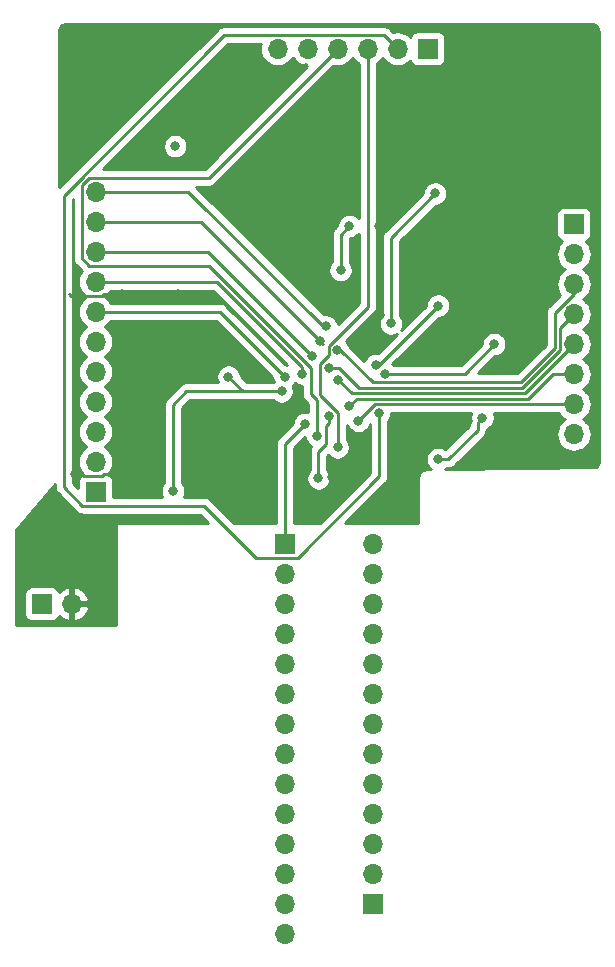
<source format=gbr>
G04 #@! TF.GenerationSoftware,KiCad,Pcbnew,5.1.2*
G04 #@! TF.CreationDate,2019-05-17T11:59:17-05:00*
G04 #@! TF.ProjectId,STM32F411Minimal,53544d33-3246-4343-9131-4d696e696d61,rev?*
G04 #@! TF.SameCoordinates,Original*
G04 #@! TF.FileFunction,Copper,L2,Bot*
G04 #@! TF.FilePolarity,Positive*
%FSLAX46Y46*%
G04 Gerber Fmt 4.6, Leading zero omitted, Abs format (unit mm)*
G04 Created by KiCad (PCBNEW 5.1.2) date 2019-05-17 11:59:17*
%MOMM*%
%LPD*%
G04 APERTURE LIST*
%ADD10R,1.700000X1.700000*%
%ADD11O,1.700000X1.700000*%
%ADD12C,0.800000*%
%ADD13C,0.250000*%
%ADD14C,0.254000*%
G04 APERTURE END LIST*
D10*
X156500000Y-96340000D03*
D11*
X156500000Y-98880000D03*
X156500000Y-101420000D03*
X156500000Y-103960000D03*
X156500000Y-106500000D03*
X156500000Y-109040000D03*
X156500000Y-111580000D03*
X156500000Y-114120000D03*
D10*
X116000000Y-119000000D03*
D11*
X116000000Y-116460000D03*
X116000000Y-113920000D03*
X116000000Y-111380000D03*
X116000000Y-108840000D03*
X116000000Y-106300000D03*
X116000000Y-103760000D03*
X116000000Y-101220000D03*
X116000000Y-98680000D03*
X116000000Y-96140000D03*
X116000000Y-93600000D03*
D10*
X132000000Y-123420000D03*
D11*
X132000000Y-125960000D03*
X132000000Y-128500000D03*
X132000000Y-131040000D03*
X132000000Y-133580000D03*
X132000000Y-136120000D03*
X132000000Y-138660000D03*
X132000000Y-141200000D03*
X132000000Y-143740000D03*
X132000000Y-146280000D03*
X132000000Y-148820000D03*
X132000000Y-151360000D03*
X132000000Y-153900000D03*
X132000000Y-156440000D03*
D10*
X139500000Y-153900000D03*
D11*
X139500000Y-151360000D03*
X139500000Y-148820000D03*
X139500000Y-146280000D03*
X139500000Y-143740000D03*
X139500000Y-141200000D03*
X139500000Y-138660000D03*
X139500000Y-136120000D03*
X139500000Y-133580000D03*
X139500000Y-131040000D03*
X139500000Y-128500000D03*
X139500000Y-125960000D03*
X139500000Y-123420000D03*
D10*
X144120000Y-81500000D03*
D11*
X141580000Y-81500000D03*
X139040000Y-81500000D03*
X136500000Y-81500000D03*
X133960000Y-81500000D03*
X131420000Y-81500000D03*
D10*
X111450000Y-128500000D03*
D11*
X113990000Y-128500000D03*
D12*
X131750000Y-110500000D03*
X127250000Y-109250000D03*
X134875000Y-117875000D03*
X148750000Y-112750000D03*
X145000000Y-116250000D03*
X135747652Y-112595960D03*
X122550000Y-118950000D03*
X136000000Y-117750000D03*
X146500000Y-100250000D03*
X150000000Y-99250000D03*
X153250000Y-97250000D03*
X140000000Y-96500000D03*
X143750000Y-103250000D03*
X138000000Y-101750000D03*
X140046663Y-104046663D03*
X130750000Y-91500000D03*
X123000000Y-102250000D03*
X134250000Y-101750000D03*
X147500000Y-113000000D03*
X150250000Y-113250000D03*
X127500000Y-107250000D03*
X144250000Y-113000000D03*
X118250000Y-102250000D03*
X129500000Y-86500000D03*
X122750000Y-89750000D03*
X114250000Y-117500000D03*
X117750000Y-117500000D03*
X133000000Y-111750000D03*
X144750000Y-93750000D03*
X141000000Y-104750000D03*
X137500000Y-96500000D03*
X136750000Y-100250000D03*
X136478464Y-106978464D03*
X135750000Y-108500000D03*
X136500000Y-109500000D03*
X137500000Y-111750000D03*
X138250000Y-113000000D03*
X132000000Y-109250000D03*
X133500000Y-109000000D03*
X134311226Y-107500000D03*
X135000000Y-106250000D03*
X135500000Y-105000000D03*
X133750000Y-113250000D03*
X134750000Y-114250000D03*
X136500000Y-115250000D03*
X140012653Y-112305000D03*
X145000000Y-103250000D03*
X139750000Y-108250000D03*
X140500000Y-109000000D03*
X149750000Y-106500000D03*
D13*
X131750000Y-110500000D02*
X128500000Y-110500000D01*
X128500000Y-110500000D02*
X127250000Y-109250000D01*
X134875000Y-115625000D02*
X134875000Y-117875000D01*
X135500000Y-115000000D02*
X134875000Y-115625000D01*
X148350001Y-113149999D02*
X148350001Y-113774999D01*
X148750000Y-112750000D02*
X148350001Y-113149999D01*
X145875000Y-116250000D02*
X148350001Y-113774999D01*
X145000000Y-116250000D02*
X145875000Y-116250000D01*
X135747652Y-113161645D02*
X135500000Y-113409297D01*
X135500000Y-113409297D02*
X135500000Y-115000000D01*
X135747652Y-112595960D02*
X135747652Y-113161645D01*
X122550000Y-111626998D02*
X122550000Y-118950000D01*
X128500000Y-110500000D02*
X123676998Y-110500000D01*
X123676998Y-110500000D02*
X122550000Y-111626998D01*
X116564001Y-102395001D02*
X113895001Y-102395001D01*
X123000000Y-102250000D02*
X118250000Y-102250000D01*
X116709002Y-102250000D02*
X116564001Y-102395001D01*
X113895001Y-102395001D02*
X113750000Y-102250000D01*
X118250000Y-102250000D02*
X116709002Y-102250000D01*
X114815685Y-117500000D02*
X114250000Y-117500000D01*
X114950686Y-117635001D02*
X114815685Y-117500000D01*
X116564001Y-117635001D02*
X114950686Y-117635001D01*
X116699002Y-117500000D02*
X116564001Y-117635001D01*
X117750000Y-117500000D02*
X116699002Y-117500000D01*
X144750000Y-93750000D02*
X141000000Y-97500000D01*
X141000000Y-97500000D02*
X141000000Y-104750000D01*
X137500000Y-96500000D02*
X136750000Y-97250000D01*
X136750000Y-97250000D02*
X136750000Y-100250000D01*
X154874989Y-103846009D02*
X154874989Y-106852191D01*
X156500000Y-101420000D02*
X156500000Y-102220998D01*
X156500000Y-102220998D02*
X154874989Y-103846009D01*
X154874989Y-106852191D02*
X151988590Y-109738590D01*
X151975001Y-109725001D02*
X139475001Y-109725001D01*
X151988590Y-109738590D02*
X151975001Y-109725001D01*
X139475001Y-109725001D02*
X136728464Y-106978464D01*
X136728464Y-106978464D02*
X136478464Y-106978464D01*
X155650001Y-104809999D02*
X156500000Y-103960000D01*
X136573002Y-108500000D02*
X138302972Y-110229970D01*
X138302972Y-110229970D02*
X152133620Y-110229970D01*
X152133620Y-110229970D02*
X155324999Y-107038591D01*
X155324999Y-107038591D02*
X155324999Y-105135001D01*
X135750000Y-108500000D02*
X136573002Y-108500000D01*
X155324999Y-105135001D02*
X155650001Y-104809999D01*
X156500000Y-106500000D02*
X152320020Y-110679980D01*
X137679980Y-110679980D02*
X136500000Y-109500000D01*
X152320020Y-110679980D02*
X137679980Y-110679980D01*
X138120010Y-111129990D02*
X152620010Y-111129990D01*
X137500000Y-111750000D02*
X138120010Y-111129990D01*
X154710000Y-109040000D02*
X156500000Y-109040000D01*
X152620010Y-111129990D02*
X154710000Y-109040000D01*
X139670000Y-111580000D02*
X156500000Y-111580000D01*
X138250000Y-113000000D02*
X139670000Y-111580000D01*
X126510000Y-103760000D02*
X116000000Y-103760000D01*
X132000000Y-109250000D02*
X126510000Y-103760000D01*
X117202081Y-101220000D02*
X116000000Y-101220000D01*
X126285685Y-101220000D02*
X117202081Y-101220000D01*
X133500000Y-108434315D02*
X126285685Y-101220000D01*
X133500000Y-109000000D02*
X133500000Y-108434315D01*
X125491226Y-98680000D02*
X116000000Y-98680000D01*
X134311226Y-107500000D02*
X125491226Y-98680000D01*
X124890000Y-96140000D02*
X116000000Y-96140000D01*
X135250000Y-106500000D02*
X124890000Y-96140000D01*
X123850000Y-93600000D02*
X116000000Y-93600000D01*
X135500000Y-105250000D02*
X123850000Y-93600000D01*
X132000000Y-123420000D02*
X132000000Y-115000000D01*
X132000000Y-115000000D02*
X133750000Y-113250000D01*
X125593225Y-99855001D02*
X133994112Y-108255888D01*
X134225001Y-108486777D02*
X133994112Y-108255888D01*
X134750000Y-111250000D02*
X134225001Y-110725001D01*
X134225001Y-110725001D02*
X134225001Y-108486777D01*
X134750000Y-114250000D02*
X134750000Y-111250000D01*
X114824999Y-93035999D02*
X114824999Y-99244001D01*
X115435999Y-92424999D02*
X114824999Y-93035999D01*
X136500000Y-81500000D02*
X125575001Y-92424999D01*
X115435999Y-99855001D02*
X125593225Y-99855001D01*
X114824999Y-99244001D02*
X115435999Y-99855001D01*
X125575001Y-92424999D02*
X115435999Y-92424999D01*
X136500000Y-112323002D02*
X136500000Y-115250000D01*
X139040000Y-81500000D02*
X139040000Y-103343926D01*
X135753463Y-106630463D02*
X135753463Y-107423535D01*
X135753463Y-107423535D02*
X135024999Y-108151999D01*
X135024999Y-108151999D02*
X135024999Y-110848001D01*
X139040000Y-103343926D02*
X135753463Y-106630463D01*
X135024999Y-110848001D02*
X136500000Y-112323002D01*
X140730001Y-80650001D02*
X141580000Y-81500000D01*
X140404999Y-80324999D02*
X140730001Y-80650001D01*
X126899589Y-80324999D02*
X140404999Y-80324999D01*
X113299991Y-93924597D02*
X126899589Y-80324999D01*
X113299991Y-118584993D02*
X113299991Y-93924597D01*
X114889999Y-120175001D02*
X113299991Y-118584993D01*
X125169989Y-120175001D02*
X114889999Y-120175001D01*
X129589989Y-124595001D02*
X125169989Y-120175001D01*
X133110001Y-124595001D02*
X129589989Y-124595001D01*
X140012653Y-117692349D02*
X133110001Y-124595001D01*
X140012653Y-112305000D02*
X140012653Y-117692349D01*
X145000000Y-103250000D02*
X140000000Y-108250000D01*
X140000000Y-108250000D02*
X139750000Y-108250000D01*
X140500000Y-109000000D02*
X147250000Y-109000000D01*
X147250000Y-109000000D02*
X149750000Y-106500000D01*
D14*
G36*
X114326199Y-120686003D02*
G01*
X114349998Y-120715002D01*
X114378996Y-120738800D01*
X114465722Y-120809975D01*
X114597752Y-120880547D01*
X114741013Y-120924004D01*
X114852666Y-120935001D01*
X114852676Y-120935001D01*
X114889999Y-120938677D01*
X114927322Y-120935001D01*
X124855188Y-120935001D01*
X125543187Y-121623000D01*
X112877000Y-121623000D01*
X112877000Y-119236803D01*
X114326199Y-120686003D01*
X114326199Y-120686003D01*
G37*
X114326199Y-120686003D02*
X114349998Y-120715002D01*
X114378996Y-120738800D01*
X114465722Y-120809975D01*
X114597752Y-120880547D01*
X114741013Y-120924004D01*
X114852666Y-120935001D01*
X114852676Y-120935001D01*
X114889999Y-120938677D01*
X114927322Y-120935001D01*
X124855188Y-120935001D01*
X125543187Y-121623000D01*
X112877000Y-121623000D01*
X112877000Y-119236803D01*
X114326199Y-120686003D01*
G36*
X147754774Y-112448102D02*
G01*
X147715000Y-112648061D01*
X147715000Y-112725774D01*
X147648057Y-112851015D01*
X147644455Y-112857753D01*
X147600998Y-113001014D01*
X147590001Y-113112667D01*
X147590001Y-113112677D01*
X147586325Y-113149999D01*
X147590001Y-113187321D01*
X147590001Y-113460197D01*
X145626421Y-115423778D01*
X145490256Y-115332795D01*
X145301898Y-115254774D01*
X145101939Y-115215000D01*
X144898061Y-115215000D01*
X144698102Y-115254774D01*
X144509744Y-115332795D01*
X144340226Y-115446063D01*
X144196063Y-115590226D01*
X144082795Y-115759744D01*
X144004774Y-115948102D01*
X143965000Y-116148061D01*
X143965000Y-116351939D01*
X144004774Y-116551898D01*
X144082795Y-116740256D01*
X144196063Y-116909774D01*
X144340226Y-117053937D01*
X144394198Y-117090000D01*
X144032419Y-117090000D01*
X144000000Y-117086807D01*
X143967581Y-117090000D01*
X143870617Y-117099550D01*
X143795892Y-117122218D01*
X143747884Y-117123018D01*
X143723151Y-117125870D01*
X143699451Y-117133493D01*
X143677693Y-117145594D01*
X143658713Y-117161706D01*
X143643242Y-117181212D01*
X143635382Y-117196527D01*
X143631550Y-117198575D01*
X143531052Y-117281052D01*
X143448575Y-117381550D01*
X143387290Y-117496207D01*
X143349550Y-117620617D01*
X143336807Y-117750000D01*
X143340000Y-117782419D01*
X143340000Y-121623000D01*
X137156804Y-121623000D01*
X140523656Y-118256148D01*
X140552654Y-118232350D01*
X140606083Y-118167247D01*
X140647627Y-118116626D01*
X140718199Y-117984596D01*
X140720522Y-117976939D01*
X140761656Y-117841335D01*
X140772653Y-117729682D01*
X140772653Y-117729673D01*
X140776329Y-117692350D01*
X140772653Y-117655027D01*
X140772653Y-113008711D01*
X140816590Y-112964774D01*
X140929858Y-112795256D01*
X141007879Y-112606898D01*
X141047653Y-112406939D01*
X141047653Y-112340000D01*
X147799552Y-112340000D01*
X147754774Y-112448102D01*
X147754774Y-112448102D01*
G37*
X147754774Y-112448102D02*
X147715000Y-112648061D01*
X147715000Y-112725774D01*
X147648057Y-112851015D01*
X147644455Y-112857753D01*
X147600998Y-113001014D01*
X147590001Y-113112667D01*
X147590001Y-113112677D01*
X147586325Y-113149999D01*
X147590001Y-113187321D01*
X147590001Y-113460197D01*
X145626421Y-115423778D01*
X145490256Y-115332795D01*
X145301898Y-115254774D01*
X145101939Y-115215000D01*
X144898061Y-115215000D01*
X144698102Y-115254774D01*
X144509744Y-115332795D01*
X144340226Y-115446063D01*
X144196063Y-115590226D01*
X144082795Y-115759744D01*
X144004774Y-115948102D01*
X143965000Y-116148061D01*
X143965000Y-116351939D01*
X144004774Y-116551898D01*
X144082795Y-116740256D01*
X144196063Y-116909774D01*
X144340226Y-117053937D01*
X144394198Y-117090000D01*
X144032419Y-117090000D01*
X144000000Y-117086807D01*
X143967581Y-117090000D01*
X143870617Y-117099550D01*
X143795892Y-117122218D01*
X143747884Y-117123018D01*
X143723151Y-117125870D01*
X143699451Y-117133493D01*
X143677693Y-117145594D01*
X143658713Y-117161706D01*
X143643242Y-117181212D01*
X143635382Y-117196527D01*
X143631550Y-117198575D01*
X143531052Y-117281052D01*
X143448575Y-117381550D01*
X143387290Y-117496207D01*
X143349550Y-117620617D01*
X143336807Y-117750000D01*
X143340000Y-117782419D01*
X143340000Y-121623000D01*
X137156804Y-121623000D01*
X140523656Y-118256148D01*
X140552654Y-118232350D01*
X140606083Y-118167247D01*
X140647627Y-118116626D01*
X140718199Y-117984596D01*
X140720522Y-117976939D01*
X140761656Y-117841335D01*
X140772653Y-117729682D01*
X140772653Y-117729673D01*
X140776329Y-117692350D01*
X140772653Y-117655027D01*
X140772653Y-113008711D01*
X140816590Y-112964774D01*
X140929858Y-112795256D01*
X141007879Y-112606898D01*
X141047653Y-112406939D01*
X141047653Y-112340000D01*
X147799552Y-112340000D01*
X147754774Y-112448102D01*
G36*
X139252654Y-117377546D02*
G01*
X135007201Y-121623000D01*
X132760000Y-121623000D01*
X132760000Y-115314801D01*
X133716304Y-114358497D01*
X133754774Y-114551898D01*
X133832795Y-114740256D01*
X133946063Y-114909774D01*
X134090226Y-115053937D01*
X134259744Y-115167205D01*
X134265558Y-115169613D01*
X134240026Y-115200724D01*
X134194979Y-115285000D01*
X134169454Y-115332754D01*
X134125997Y-115476015D01*
X134115000Y-115587668D01*
X134115000Y-115587678D01*
X134111324Y-115625000D01*
X134115000Y-115662323D01*
X134115001Y-117171288D01*
X134071063Y-117215226D01*
X133957795Y-117384744D01*
X133879774Y-117573102D01*
X133840000Y-117773061D01*
X133840000Y-117976939D01*
X133879774Y-118176898D01*
X133957795Y-118365256D01*
X134071063Y-118534774D01*
X134215226Y-118678937D01*
X134384744Y-118792205D01*
X134573102Y-118870226D01*
X134773061Y-118910000D01*
X134976939Y-118910000D01*
X135176898Y-118870226D01*
X135365256Y-118792205D01*
X135534774Y-118678937D01*
X135678937Y-118534774D01*
X135792205Y-118365256D01*
X135870226Y-118176898D01*
X135910000Y-117976939D01*
X135910000Y-117773061D01*
X135870226Y-117573102D01*
X135792205Y-117384744D01*
X135678937Y-117215226D01*
X135635000Y-117171289D01*
X135635000Y-115939802D01*
X135683632Y-115891170D01*
X135696063Y-115909774D01*
X135840226Y-116053937D01*
X136009744Y-116167205D01*
X136198102Y-116245226D01*
X136398061Y-116285000D01*
X136601939Y-116285000D01*
X136801898Y-116245226D01*
X136990256Y-116167205D01*
X137159774Y-116053937D01*
X137303937Y-115909774D01*
X137417205Y-115740256D01*
X137495226Y-115551898D01*
X137535000Y-115351939D01*
X137535000Y-115148061D01*
X137495226Y-114948102D01*
X137417205Y-114759744D01*
X137303937Y-114590226D01*
X137260000Y-114546289D01*
X137260000Y-113314515D01*
X137332795Y-113490256D01*
X137446063Y-113659774D01*
X137590226Y-113803937D01*
X137759744Y-113917205D01*
X137948102Y-113995226D01*
X138148061Y-114035000D01*
X138351939Y-114035000D01*
X138551898Y-113995226D01*
X138740256Y-113917205D01*
X138909774Y-113803937D01*
X139053937Y-113659774D01*
X139167205Y-113490256D01*
X139245226Y-113301898D01*
X139252653Y-113264559D01*
X139252654Y-117377546D01*
X139252654Y-117377546D01*
G37*
X139252654Y-117377546D02*
X135007201Y-121623000D01*
X132760000Y-121623000D01*
X132760000Y-115314801D01*
X133716304Y-114358497D01*
X133754774Y-114551898D01*
X133832795Y-114740256D01*
X133946063Y-114909774D01*
X134090226Y-115053937D01*
X134259744Y-115167205D01*
X134265558Y-115169613D01*
X134240026Y-115200724D01*
X134194979Y-115285000D01*
X134169454Y-115332754D01*
X134125997Y-115476015D01*
X134115000Y-115587668D01*
X134115000Y-115587678D01*
X134111324Y-115625000D01*
X134115000Y-115662323D01*
X134115001Y-117171288D01*
X134071063Y-117215226D01*
X133957795Y-117384744D01*
X133879774Y-117573102D01*
X133840000Y-117773061D01*
X133840000Y-117976939D01*
X133879774Y-118176898D01*
X133957795Y-118365256D01*
X134071063Y-118534774D01*
X134215226Y-118678937D01*
X134384744Y-118792205D01*
X134573102Y-118870226D01*
X134773061Y-118910000D01*
X134976939Y-118910000D01*
X135176898Y-118870226D01*
X135365256Y-118792205D01*
X135534774Y-118678937D01*
X135678937Y-118534774D01*
X135792205Y-118365256D01*
X135870226Y-118176898D01*
X135910000Y-117976939D01*
X135910000Y-117773061D01*
X135870226Y-117573102D01*
X135792205Y-117384744D01*
X135678937Y-117215226D01*
X135635000Y-117171289D01*
X135635000Y-115939802D01*
X135683632Y-115891170D01*
X135696063Y-115909774D01*
X135840226Y-116053937D01*
X136009744Y-116167205D01*
X136198102Y-116245226D01*
X136398061Y-116285000D01*
X136601939Y-116285000D01*
X136801898Y-116245226D01*
X136990256Y-116167205D01*
X137159774Y-116053937D01*
X137303937Y-115909774D01*
X137417205Y-115740256D01*
X137495226Y-115551898D01*
X137535000Y-115351939D01*
X137535000Y-115148061D01*
X137495226Y-114948102D01*
X137417205Y-114759744D01*
X137303937Y-114590226D01*
X137260000Y-114546289D01*
X137260000Y-113314515D01*
X137332795Y-113490256D01*
X137446063Y-113659774D01*
X137590226Y-113803937D01*
X137759744Y-113917205D01*
X137948102Y-113995226D01*
X138148061Y-114035000D01*
X138351939Y-114035000D01*
X138551898Y-113995226D01*
X138740256Y-113917205D01*
X138909774Y-113803937D01*
X139053937Y-113659774D01*
X139167205Y-113490256D01*
X139245226Y-113301898D01*
X139252653Y-113264559D01*
X139252654Y-117377546D01*
G36*
X133009744Y-109917205D02*
G01*
X133198102Y-109995226D01*
X133398061Y-110035000D01*
X133465001Y-110035000D01*
X133465001Y-110687678D01*
X133461325Y-110725001D01*
X133465001Y-110762323D01*
X133465001Y-110762333D01*
X133475998Y-110873986D01*
X133511181Y-110989970D01*
X133519455Y-111017247D01*
X133590027Y-111149277D01*
X133598642Y-111159774D01*
X133685000Y-111265002D01*
X133714003Y-111288804D01*
X133990001Y-111564802D01*
X133990001Y-112242462D01*
X133851939Y-112215000D01*
X133648061Y-112215000D01*
X133448102Y-112254774D01*
X133259744Y-112332795D01*
X133090226Y-112446063D01*
X132946063Y-112590226D01*
X132832795Y-112759744D01*
X132754774Y-112948102D01*
X132715000Y-113148061D01*
X132715000Y-113210198D01*
X131488998Y-114436201D01*
X131460000Y-114459999D01*
X131436202Y-114488997D01*
X131436201Y-114488998D01*
X131365026Y-114575724D01*
X131294454Y-114707754D01*
X131250998Y-114851015D01*
X131236324Y-115000000D01*
X131240001Y-115037332D01*
X131240000Y-121623000D01*
X127692789Y-121623000D01*
X125733793Y-119664004D01*
X125709990Y-119635000D01*
X125594265Y-119540027D01*
X125462236Y-119469455D01*
X125318975Y-119425998D01*
X125207322Y-119415001D01*
X125207311Y-119415001D01*
X125169989Y-119411325D01*
X125132667Y-119415001D01*
X123477666Y-119415001D01*
X123545226Y-119251898D01*
X123585000Y-119051939D01*
X123585000Y-118848061D01*
X123545226Y-118648102D01*
X123467205Y-118459744D01*
X123353937Y-118290226D01*
X123310000Y-118246289D01*
X123310000Y-111941799D01*
X123991800Y-111260000D01*
X128462677Y-111260000D01*
X128500000Y-111263676D01*
X128537323Y-111260000D01*
X131046289Y-111260000D01*
X131090226Y-111303937D01*
X131259744Y-111417205D01*
X131448102Y-111495226D01*
X131648061Y-111535000D01*
X131851939Y-111535000D01*
X132051898Y-111495226D01*
X132240256Y-111417205D01*
X132409774Y-111303937D01*
X132553937Y-111159774D01*
X132667205Y-110990256D01*
X132745226Y-110801898D01*
X132785000Y-110601939D01*
X132785000Y-110398061D01*
X132745226Y-110198102D01*
X132677972Y-110035739D01*
X132803937Y-109909774D01*
X132864028Y-109819841D01*
X133009744Y-109917205D01*
X133009744Y-109917205D01*
G37*
X133009744Y-109917205D02*
X133198102Y-109995226D01*
X133398061Y-110035000D01*
X133465001Y-110035000D01*
X133465001Y-110687678D01*
X133461325Y-110725001D01*
X133465001Y-110762323D01*
X133465001Y-110762333D01*
X133475998Y-110873986D01*
X133511181Y-110989970D01*
X133519455Y-111017247D01*
X133590027Y-111149277D01*
X133598642Y-111159774D01*
X133685000Y-111265002D01*
X133714003Y-111288804D01*
X133990001Y-111564802D01*
X133990001Y-112242462D01*
X133851939Y-112215000D01*
X133648061Y-112215000D01*
X133448102Y-112254774D01*
X133259744Y-112332795D01*
X133090226Y-112446063D01*
X132946063Y-112590226D01*
X132832795Y-112759744D01*
X132754774Y-112948102D01*
X132715000Y-113148061D01*
X132715000Y-113210198D01*
X131488998Y-114436201D01*
X131460000Y-114459999D01*
X131436202Y-114488997D01*
X131436201Y-114488998D01*
X131365026Y-114575724D01*
X131294454Y-114707754D01*
X131250998Y-114851015D01*
X131236324Y-115000000D01*
X131240001Y-115037332D01*
X131240000Y-121623000D01*
X127692789Y-121623000D01*
X125733793Y-119664004D01*
X125709990Y-119635000D01*
X125594265Y-119540027D01*
X125462236Y-119469455D01*
X125318975Y-119425998D01*
X125207322Y-119415001D01*
X125207311Y-119415001D01*
X125169989Y-119411325D01*
X125132667Y-119415001D01*
X123477666Y-119415001D01*
X123545226Y-119251898D01*
X123585000Y-119051939D01*
X123585000Y-118848061D01*
X123545226Y-118648102D01*
X123467205Y-118459744D01*
X123353937Y-118290226D01*
X123310000Y-118246289D01*
X123310000Y-111941799D01*
X123991800Y-111260000D01*
X128462677Y-111260000D01*
X128500000Y-111263676D01*
X128537323Y-111260000D01*
X131046289Y-111260000D01*
X131090226Y-111303937D01*
X131259744Y-111417205D01*
X131448102Y-111495226D01*
X131648061Y-111535000D01*
X131851939Y-111535000D01*
X132051898Y-111495226D01*
X132240256Y-111417205D01*
X132409774Y-111303937D01*
X132553937Y-111159774D01*
X132667205Y-110990256D01*
X132745226Y-110801898D01*
X132785000Y-110601939D01*
X132785000Y-110398061D01*
X132745226Y-110198102D01*
X132677972Y-110035739D01*
X132803937Y-109909774D01*
X132864028Y-109819841D01*
X133009744Y-109917205D01*
G36*
X130965000Y-109289803D02*
G01*
X130965000Y-109351939D01*
X131004774Y-109551898D01*
X131072028Y-109714261D01*
X131046289Y-109740000D01*
X128814802Y-109740000D01*
X128285000Y-109210199D01*
X128285000Y-109148061D01*
X128245226Y-108948102D01*
X128167205Y-108759744D01*
X128053937Y-108590226D01*
X127909774Y-108446063D01*
X127740256Y-108332795D01*
X127551898Y-108254774D01*
X127351939Y-108215000D01*
X127148061Y-108215000D01*
X126948102Y-108254774D01*
X126759744Y-108332795D01*
X126590226Y-108446063D01*
X126446063Y-108590226D01*
X126332795Y-108759744D01*
X126254774Y-108948102D01*
X126215000Y-109148061D01*
X126215000Y-109351939D01*
X126254774Y-109551898D01*
X126332689Y-109740000D01*
X123714321Y-109740000D01*
X123676998Y-109736324D01*
X123639675Y-109740000D01*
X123639665Y-109740000D01*
X123528012Y-109750997D01*
X123384751Y-109794454D01*
X123252722Y-109865026D01*
X123136997Y-109959999D01*
X123113199Y-109988997D01*
X122039002Y-111063194D01*
X122009999Y-111086997D01*
X121958888Y-111149276D01*
X121915026Y-111202722D01*
X121860925Y-111303937D01*
X121844454Y-111334752D01*
X121800997Y-111478013D01*
X121790000Y-111589666D01*
X121790000Y-111589676D01*
X121786324Y-111626998D01*
X121790000Y-111664320D01*
X121790001Y-118246288D01*
X121746063Y-118290226D01*
X121632795Y-118459744D01*
X121554774Y-118648102D01*
X121515000Y-118848061D01*
X121515000Y-119051939D01*
X121554774Y-119251898D01*
X121622334Y-119415001D01*
X117488072Y-119415001D01*
X117488072Y-118150000D01*
X117475812Y-118025518D01*
X117439502Y-117905820D01*
X117380537Y-117795506D01*
X117301185Y-117698815D01*
X117204494Y-117619463D01*
X117094180Y-117560498D01*
X117025313Y-117539607D01*
X117055134Y-117515134D01*
X117240706Y-117289014D01*
X117378599Y-117031034D01*
X117463513Y-116751111D01*
X117492185Y-116460000D01*
X117463513Y-116168889D01*
X117378599Y-115888966D01*
X117240706Y-115630986D01*
X117055134Y-115404866D01*
X116829014Y-115219294D01*
X116774209Y-115190000D01*
X116829014Y-115160706D01*
X117055134Y-114975134D01*
X117240706Y-114749014D01*
X117378599Y-114491034D01*
X117463513Y-114211111D01*
X117492185Y-113920000D01*
X117463513Y-113628889D01*
X117378599Y-113348966D01*
X117240706Y-113090986D01*
X117055134Y-112864866D01*
X116829014Y-112679294D01*
X116774209Y-112650000D01*
X116829014Y-112620706D01*
X117055134Y-112435134D01*
X117240706Y-112209014D01*
X117378599Y-111951034D01*
X117463513Y-111671111D01*
X117492185Y-111380000D01*
X117463513Y-111088889D01*
X117378599Y-110808966D01*
X117240706Y-110550986D01*
X117055134Y-110324866D01*
X116829014Y-110139294D01*
X116774209Y-110110000D01*
X116829014Y-110080706D01*
X117055134Y-109895134D01*
X117240706Y-109669014D01*
X117378599Y-109411034D01*
X117463513Y-109131111D01*
X117492185Y-108840000D01*
X117463513Y-108548889D01*
X117378599Y-108268966D01*
X117240706Y-108010986D01*
X117055134Y-107784866D01*
X116829014Y-107599294D01*
X116774209Y-107570000D01*
X116829014Y-107540706D01*
X117055134Y-107355134D01*
X117240706Y-107129014D01*
X117378599Y-106871034D01*
X117463513Y-106591111D01*
X117492185Y-106300000D01*
X117463513Y-106008889D01*
X117378599Y-105728966D01*
X117240706Y-105470986D01*
X117055134Y-105244866D01*
X116829014Y-105059294D01*
X116774209Y-105030000D01*
X116829014Y-105000706D01*
X117055134Y-104815134D01*
X117240706Y-104589014D01*
X117277595Y-104520000D01*
X126195199Y-104520000D01*
X130965000Y-109289803D01*
X130965000Y-109289803D01*
G37*
X130965000Y-109289803D02*
X130965000Y-109351939D01*
X131004774Y-109551898D01*
X131072028Y-109714261D01*
X131046289Y-109740000D01*
X128814802Y-109740000D01*
X128285000Y-109210199D01*
X128285000Y-109148061D01*
X128245226Y-108948102D01*
X128167205Y-108759744D01*
X128053937Y-108590226D01*
X127909774Y-108446063D01*
X127740256Y-108332795D01*
X127551898Y-108254774D01*
X127351939Y-108215000D01*
X127148061Y-108215000D01*
X126948102Y-108254774D01*
X126759744Y-108332795D01*
X126590226Y-108446063D01*
X126446063Y-108590226D01*
X126332795Y-108759744D01*
X126254774Y-108948102D01*
X126215000Y-109148061D01*
X126215000Y-109351939D01*
X126254774Y-109551898D01*
X126332689Y-109740000D01*
X123714321Y-109740000D01*
X123676998Y-109736324D01*
X123639675Y-109740000D01*
X123639665Y-109740000D01*
X123528012Y-109750997D01*
X123384751Y-109794454D01*
X123252722Y-109865026D01*
X123136997Y-109959999D01*
X123113199Y-109988997D01*
X122039002Y-111063194D01*
X122009999Y-111086997D01*
X121958888Y-111149276D01*
X121915026Y-111202722D01*
X121860925Y-111303937D01*
X121844454Y-111334752D01*
X121800997Y-111478013D01*
X121790000Y-111589666D01*
X121790000Y-111589676D01*
X121786324Y-111626998D01*
X121790000Y-111664320D01*
X121790001Y-118246288D01*
X121746063Y-118290226D01*
X121632795Y-118459744D01*
X121554774Y-118648102D01*
X121515000Y-118848061D01*
X121515000Y-119051939D01*
X121554774Y-119251898D01*
X121622334Y-119415001D01*
X117488072Y-119415001D01*
X117488072Y-118150000D01*
X117475812Y-118025518D01*
X117439502Y-117905820D01*
X117380537Y-117795506D01*
X117301185Y-117698815D01*
X117204494Y-117619463D01*
X117094180Y-117560498D01*
X117025313Y-117539607D01*
X117055134Y-117515134D01*
X117240706Y-117289014D01*
X117378599Y-117031034D01*
X117463513Y-116751111D01*
X117492185Y-116460000D01*
X117463513Y-116168889D01*
X117378599Y-115888966D01*
X117240706Y-115630986D01*
X117055134Y-115404866D01*
X116829014Y-115219294D01*
X116774209Y-115190000D01*
X116829014Y-115160706D01*
X117055134Y-114975134D01*
X117240706Y-114749014D01*
X117378599Y-114491034D01*
X117463513Y-114211111D01*
X117492185Y-113920000D01*
X117463513Y-113628889D01*
X117378599Y-113348966D01*
X117240706Y-113090986D01*
X117055134Y-112864866D01*
X116829014Y-112679294D01*
X116774209Y-112650000D01*
X116829014Y-112620706D01*
X117055134Y-112435134D01*
X117240706Y-112209014D01*
X117378599Y-111951034D01*
X117463513Y-111671111D01*
X117492185Y-111380000D01*
X117463513Y-111088889D01*
X117378599Y-110808966D01*
X117240706Y-110550986D01*
X117055134Y-110324866D01*
X116829014Y-110139294D01*
X116774209Y-110110000D01*
X116829014Y-110080706D01*
X117055134Y-109895134D01*
X117240706Y-109669014D01*
X117378599Y-109411034D01*
X117463513Y-109131111D01*
X117492185Y-108840000D01*
X117463513Y-108548889D01*
X117378599Y-108268966D01*
X117240706Y-108010986D01*
X117055134Y-107784866D01*
X116829014Y-107599294D01*
X116774209Y-107570000D01*
X116829014Y-107540706D01*
X117055134Y-107355134D01*
X117240706Y-107129014D01*
X117378599Y-106871034D01*
X117463513Y-106591111D01*
X117492185Y-106300000D01*
X117463513Y-106008889D01*
X117378599Y-105728966D01*
X117240706Y-105470986D01*
X117055134Y-105244866D01*
X116829014Y-105059294D01*
X116774209Y-105030000D01*
X116829014Y-105000706D01*
X117055134Y-104815134D01*
X117240706Y-104589014D01*
X117277595Y-104520000D01*
X126195199Y-104520000D01*
X130965000Y-109289803D01*
G36*
X114065000Y-99206669D02*
G01*
X114061323Y-99244001D01*
X114065000Y-99281334D01*
X114075997Y-99392987D01*
X114089179Y-99436443D01*
X114119453Y-99536247D01*
X114190025Y-99668277D01*
X114244784Y-99735000D01*
X114284999Y-99784002D01*
X114313996Y-99807799D01*
X114821447Y-100315252D01*
X114759294Y-100390986D01*
X114621401Y-100648966D01*
X114536487Y-100928889D01*
X114507815Y-101220000D01*
X114536487Y-101511111D01*
X114621401Y-101791034D01*
X114759294Y-102049014D01*
X114944866Y-102275134D01*
X115170986Y-102460706D01*
X115225791Y-102490000D01*
X115170986Y-102519294D01*
X114944866Y-102704866D01*
X114759294Y-102930986D01*
X114621401Y-103188966D01*
X114536487Y-103468889D01*
X114507815Y-103760000D01*
X114536487Y-104051111D01*
X114621401Y-104331034D01*
X114759294Y-104589014D01*
X114944866Y-104815134D01*
X115170986Y-105000706D01*
X115225791Y-105030000D01*
X115170986Y-105059294D01*
X114944866Y-105244866D01*
X114759294Y-105470986D01*
X114621401Y-105728966D01*
X114536487Y-106008889D01*
X114507815Y-106300000D01*
X114536487Y-106591111D01*
X114621401Y-106871034D01*
X114759294Y-107129014D01*
X114944866Y-107355134D01*
X115170986Y-107540706D01*
X115225791Y-107570000D01*
X115170986Y-107599294D01*
X114944866Y-107784866D01*
X114759294Y-108010986D01*
X114621401Y-108268966D01*
X114536487Y-108548889D01*
X114507815Y-108840000D01*
X114536487Y-109131111D01*
X114621401Y-109411034D01*
X114759294Y-109669014D01*
X114944866Y-109895134D01*
X115170986Y-110080706D01*
X115225791Y-110110000D01*
X115170986Y-110139294D01*
X114944866Y-110324866D01*
X114759294Y-110550986D01*
X114621401Y-110808966D01*
X114536487Y-111088889D01*
X114507815Y-111380000D01*
X114536487Y-111671111D01*
X114621401Y-111951034D01*
X114759294Y-112209014D01*
X114944866Y-112435134D01*
X115170986Y-112620706D01*
X115225791Y-112650000D01*
X115170986Y-112679294D01*
X114944866Y-112864866D01*
X114759294Y-113090986D01*
X114621401Y-113348966D01*
X114536487Y-113628889D01*
X114507815Y-113920000D01*
X114536487Y-114211111D01*
X114621401Y-114491034D01*
X114759294Y-114749014D01*
X114944866Y-114975134D01*
X115170986Y-115160706D01*
X115225791Y-115190000D01*
X115170986Y-115219294D01*
X114944866Y-115404866D01*
X114759294Y-115630986D01*
X114621401Y-115888966D01*
X114536487Y-116168889D01*
X114507815Y-116460000D01*
X114536487Y-116751111D01*
X114621401Y-117031034D01*
X114759294Y-117289014D01*
X114944866Y-117515134D01*
X114974687Y-117539607D01*
X114905820Y-117560498D01*
X114795506Y-117619463D01*
X114698815Y-117698815D01*
X114619463Y-117795506D01*
X114560498Y-117905820D01*
X114524188Y-118025518D01*
X114511928Y-118150000D01*
X114511928Y-118722129D01*
X114059991Y-118270192D01*
X114059991Y-94239398D01*
X114064999Y-94234390D01*
X114065000Y-99206669D01*
X114065000Y-99206669D01*
G37*
X114065000Y-99206669D02*
X114061323Y-99244001D01*
X114065000Y-99281334D01*
X114075997Y-99392987D01*
X114089179Y-99436443D01*
X114119453Y-99536247D01*
X114190025Y-99668277D01*
X114244784Y-99735000D01*
X114284999Y-99784002D01*
X114313996Y-99807799D01*
X114821447Y-100315252D01*
X114759294Y-100390986D01*
X114621401Y-100648966D01*
X114536487Y-100928889D01*
X114507815Y-101220000D01*
X114536487Y-101511111D01*
X114621401Y-101791034D01*
X114759294Y-102049014D01*
X114944866Y-102275134D01*
X115170986Y-102460706D01*
X115225791Y-102490000D01*
X115170986Y-102519294D01*
X114944866Y-102704866D01*
X114759294Y-102930986D01*
X114621401Y-103188966D01*
X114536487Y-103468889D01*
X114507815Y-103760000D01*
X114536487Y-104051111D01*
X114621401Y-104331034D01*
X114759294Y-104589014D01*
X114944866Y-104815134D01*
X115170986Y-105000706D01*
X115225791Y-105030000D01*
X115170986Y-105059294D01*
X114944866Y-105244866D01*
X114759294Y-105470986D01*
X114621401Y-105728966D01*
X114536487Y-106008889D01*
X114507815Y-106300000D01*
X114536487Y-106591111D01*
X114621401Y-106871034D01*
X114759294Y-107129014D01*
X114944866Y-107355134D01*
X115170986Y-107540706D01*
X115225791Y-107570000D01*
X115170986Y-107599294D01*
X114944866Y-107784866D01*
X114759294Y-108010986D01*
X114621401Y-108268966D01*
X114536487Y-108548889D01*
X114507815Y-108840000D01*
X114536487Y-109131111D01*
X114621401Y-109411034D01*
X114759294Y-109669014D01*
X114944866Y-109895134D01*
X115170986Y-110080706D01*
X115225791Y-110110000D01*
X115170986Y-110139294D01*
X114944866Y-110324866D01*
X114759294Y-110550986D01*
X114621401Y-110808966D01*
X114536487Y-111088889D01*
X114507815Y-111380000D01*
X114536487Y-111671111D01*
X114621401Y-111951034D01*
X114759294Y-112209014D01*
X114944866Y-112435134D01*
X115170986Y-112620706D01*
X115225791Y-112650000D01*
X115170986Y-112679294D01*
X114944866Y-112864866D01*
X114759294Y-113090986D01*
X114621401Y-113348966D01*
X114536487Y-113628889D01*
X114507815Y-113920000D01*
X114536487Y-114211111D01*
X114621401Y-114491034D01*
X114759294Y-114749014D01*
X114944866Y-114975134D01*
X115170986Y-115160706D01*
X115225791Y-115190000D01*
X115170986Y-115219294D01*
X114944866Y-115404866D01*
X114759294Y-115630986D01*
X114621401Y-115888966D01*
X114536487Y-116168889D01*
X114507815Y-116460000D01*
X114536487Y-116751111D01*
X114621401Y-117031034D01*
X114759294Y-117289014D01*
X114944866Y-117515134D01*
X114974687Y-117539607D01*
X114905820Y-117560498D01*
X114795506Y-117619463D01*
X114698815Y-117698815D01*
X114619463Y-117795506D01*
X114560498Y-117905820D01*
X114524188Y-118025518D01*
X114511928Y-118150000D01*
X114511928Y-118722129D01*
X114059991Y-118270192D01*
X114059991Y-94239398D01*
X114064999Y-94234390D01*
X114065000Y-99206669D01*
G36*
X158113985Y-79424341D02*
G01*
X158223625Y-79457443D01*
X158324748Y-79511212D01*
X158413503Y-79583599D01*
X158486509Y-79671848D01*
X158540981Y-79772591D01*
X158574850Y-79882004D01*
X158590000Y-80026145D01*
X158590001Y-116467712D01*
X158575659Y-116613985D01*
X158542557Y-116723625D01*
X158488788Y-116824748D01*
X158445307Y-116878061D01*
X145728961Y-117090000D01*
X145605802Y-117090000D01*
X145659774Y-117053937D01*
X145703711Y-117010000D01*
X145837678Y-117010000D01*
X145875000Y-117013676D01*
X145912322Y-117010000D01*
X145912333Y-117010000D01*
X146023986Y-116999003D01*
X146167247Y-116955546D01*
X146299276Y-116884974D01*
X146415001Y-116790001D01*
X146438804Y-116760997D01*
X148861004Y-114338798D01*
X148890002Y-114315000D01*
X148972070Y-114215000D01*
X148984975Y-114199276D01*
X149055547Y-114067246D01*
X149062516Y-114044271D01*
X149099004Y-113923985D01*
X149110001Y-113812332D01*
X149110001Y-113812322D01*
X149113677Y-113774999D01*
X149110001Y-113737677D01*
X149110001Y-113721159D01*
X149240256Y-113667205D01*
X149409774Y-113553937D01*
X149553937Y-113409774D01*
X149667205Y-113240256D01*
X149745226Y-113051898D01*
X149785000Y-112851939D01*
X149785000Y-112648061D01*
X149745226Y-112448102D01*
X149700448Y-112340000D01*
X155222405Y-112340000D01*
X155259294Y-112409014D01*
X155444866Y-112635134D01*
X155670986Y-112820706D01*
X155725791Y-112850000D01*
X155670986Y-112879294D01*
X155444866Y-113064866D01*
X155259294Y-113290986D01*
X155121401Y-113548966D01*
X155036487Y-113828889D01*
X155007815Y-114120000D01*
X155036487Y-114411111D01*
X155121401Y-114691034D01*
X155259294Y-114949014D01*
X155444866Y-115175134D01*
X155670986Y-115360706D01*
X155928966Y-115498599D01*
X156208889Y-115583513D01*
X156427050Y-115605000D01*
X156572950Y-115605000D01*
X156791111Y-115583513D01*
X157071034Y-115498599D01*
X157329014Y-115360706D01*
X157555134Y-115175134D01*
X157740706Y-114949014D01*
X157878599Y-114691034D01*
X157963513Y-114411111D01*
X157992185Y-114120000D01*
X157963513Y-113828889D01*
X157878599Y-113548966D01*
X157740706Y-113290986D01*
X157555134Y-113064866D01*
X157329014Y-112879294D01*
X157274209Y-112850000D01*
X157329014Y-112820706D01*
X157555134Y-112635134D01*
X157740706Y-112409014D01*
X157878599Y-112151034D01*
X157963513Y-111871111D01*
X157992185Y-111580000D01*
X157963513Y-111288889D01*
X157878599Y-111008966D01*
X157740706Y-110750986D01*
X157555134Y-110524866D01*
X157329014Y-110339294D01*
X157274209Y-110310000D01*
X157329014Y-110280706D01*
X157555134Y-110095134D01*
X157740706Y-109869014D01*
X157878599Y-109611034D01*
X157963513Y-109331111D01*
X157992185Y-109040000D01*
X157963513Y-108748889D01*
X157878599Y-108468966D01*
X157740706Y-108210986D01*
X157555134Y-107984866D01*
X157329014Y-107799294D01*
X157274209Y-107770000D01*
X157329014Y-107740706D01*
X157555134Y-107555134D01*
X157740706Y-107329014D01*
X157878599Y-107071034D01*
X157963513Y-106791111D01*
X157992185Y-106500000D01*
X157963513Y-106208889D01*
X157878599Y-105928966D01*
X157740706Y-105670986D01*
X157555134Y-105444866D01*
X157329014Y-105259294D01*
X157274209Y-105230000D01*
X157329014Y-105200706D01*
X157555134Y-105015134D01*
X157740706Y-104789014D01*
X157878599Y-104531034D01*
X157963513Y-104251111D01*
X157992185Y-103960000D01*
X157963513Y-103668889D01*
X157878599Y-103388966D01*
X157740706Y-103130986D01*
X157555134Y-102904866D01*
X157329014Y-102719294D01*
X157274209Y-102690000D01*
X157329014Y-102660706D01*
X157555134Y-102475134D01*
X157740706Y-102249014D01*
X157878599Y-101991034D01*
X157963513Y-101711111D01*
X157992185Y-101420000D01*
X157963513Y-101128889D01*
X157878599Y-100848966D01*
X157740706Y-100590986D01*
X157555134Y-100364866D01*
X157329014Y-100179294D01*
X157274209Y-100150000D01*
X157329014Y-100120706D01*
X157555134Y-99935134D01*
X157740706Y-99709014D01*
X157878599Y-99451034D01*
X157963513Y-99171111D01*
X157992185Y-98880000D01*
X157963513Y-98588889D01*
X157878599Y-98308966D01*
X157740706Y-98050986D01*
X157555134Y-97824866D01*
X157525313Y-97800393D01*
X157594180Y-97779502D01*
X157704494Y-97720537D01*
X157801185Y-97641185D01*
X157880537Y-97544494D01*
X157939502Y-97434180D01*
X157975812Y-97314482D01*
X157988072Y-97190000D01*
X157988072Y-95490000D01*
X157975812Y-95365518D01*
X157939502Y-95245820D01*
X157880537Y-95135506D01*
X157801185Y-95038815D01*
X157704494Y-94959463D01*
X157594180Y-94900498D01*
X157474482Y-94864188D01*
X157350000Y-94851928D01*
X155650000Y-94851928D01*
X155525518Y-94864188D01*
X155405820Y-94900498D01*
X155295506Y-94959463D01*
X155198815Y-95038815D01*
X155119463Y-95135506D01*
X155060498Y-95245820D01*
X155024188Y-95365518D01*
X155011928Y-95490000D01*
X155011928Y-97190000D01*
X155024188Y-97314482D01*
X155060498Y-97434180D01*
X155119463Y-97544494D01*
X155198815Y-97641185D01*
X155295506Y-97720537D01*
X155405820Y-97779502D01*
X155474687Y-97800393D01*
X155444866Y-97824866D01*
X155259294Y-98050986D01*
X155121401Y-98308966D01*
X155036487Y-98588889D01*
X155007815Y-98880000D01*
X155036487Y-99171111D01*
X155121401Y-99451034D01*
X155259294Y-99709014D01*
X155444866Y-99935134D01*
X155670986Y-100120706D01*
X155725791Y-100150000D01*
X155670986Y-100179294D01*
X155444866Y-100364866D01*
X155259294Y-100590986D01*
X155121401Y-100848966D01*
X155036487Y-101128889D01*
X155007815Y-101420000D01*
X155036487Y-101711111D01*
X155121401Y-101991034D01*
X155259294Y-102249014D01*
X155321448Y-102324749D01*
X154363992Y-103282205D01*
X154334988Y-103306008D01*
X154303869Y-103343927D01*
X154240015Y-103421733D01*
X154170440Y-103551898D01*
X154169443Y-103553763D01*
X154125986Y-103697024D01*
X154114989Y-103808677D01*
X154114989Y-103808687D01*
X154111313Y-103846009D01*
X154114989Y-103883332D01*
X154114990Y-106537388D01*
X151687378Y-108965001D01*
X148359800Y-108965001D01*
X149789802Y-107535000D01*
X149851939Y-107535000D01*
X150051898Y-107495226D01*
X150240256Y-107417205D01*
X150409774Y-107303937D01*
X150553937Y-107159774D01*
X150667205Y-106990256D01*
X150745226Y-106801898D01*
X150785000Y-106601939D01*
X150785000Y-106398061D01*
X150745226Y-106198102D01*
X150667205Y-106009744D01*
X150553937Y-105840226D01*
X150409774Y-105696063D01*
X150240256Y-105582795D01*
X150051898Y-105504774D01*
X149851939Y-105465000D01*
X149648061Y-105465000D01*
X149448102Y-105504774D01*
X149259744Y-105582795D01*
X149090226Y-105696063D01*
X148946063Y-105840226D01*
X148832795Y-106009744D01*
X148754774Y-106198102D01*
X148715000Y-106398061D01*
X148715000Y-106460198D01*
X146935199Y-108240000D01*
X141203711Y-108240000D01*
X141159774Y-108196063D01*
X141141169Y-108183632D01*
X145039802Y-104285000D01*
X145101939Y-104285000D01*
X145301898Y-104245226D01*
X145490256Y-104167205D01*
X145659774Y-104053937D01*
X145803937Y-103909774D01*
X145917205Y-103740256D01*
X145995226Y-103551898D01*
X146035000Y-103351939D01*
X146035000Y-103148061D01*
X145995226Y-102948102D01*
X145917205Y-102759744D01*
X145803937Y-102590226D01*
X145659774Y-102446063D01*
X145490256Y-102332795D01*
X145301898Y-102254774D01*
X145101939Y-102215000D01*
X144898061Y-102215000D01*
X144698102Y-102254774D01*
X144509744Y-102332795D01*
X144340226Y-102446063D01*
X144196063Y-102590226D01*
X144082795Y-102759744D01*
X144004774Y-102948102D01*
X143965000Y-103148061D01*
X143965000Y-103210198D01*
X141881488Y-105293711D01*
X141917205Y-105240256D01*
X141995226Y-105051898D01*
X142035000Y-104851939D01*
X142035000Y-104648061D01*
X141995226Y-104448102D01*
X141917205Y-104259744D01*
X141803937Y-104090226D01*
X141760000Y-104046289D01*
X141760000Y-97814801D01*
X144789802Y-94785000D01*
X144851939Y-94785000D01*
X145051898Y-94745226D01*
X145240256Y-94667205D01*
X145409774Y-94553937D01*
X145553937Y-94409774D01*
X145667205Y-94240256D01*
X145745226Y-94051898D01*
X145785000Y-93851939D01*
X145785000Y-93648061D01*
X145745226Y-93448102D01*
X145667205Y-93259744D01*
X145553937Y-93090226D01*
X145409774Y-92946063D01*
X145240256Y-92832795D01*
X145051898Y-92754774D01*
X144851939Y-92715000D01*
X144648061Y-92715000D01*
X144448102Y-92754774D01*
X144259744Y-92832795D01*
X144090226Y-92946063D01*
X143946063Y-93090226D01*
X143832795Y-93259744D01*
X143754774Y-93448102D01*
X143715000Y-93648061D01*
X143715000Y-93710198D01*
X140489003Y-96936196D01*
X140459999Y-96959999D01*
X140404871Y-97027174D01*
X140365026Y-97075724D01*
X140351508Y-97101015D01*
X140294454Y-97207754D01*
X140250997Y-97351015D01*
X140240000Y-97462668D01*
X140240000Y-97462678D01*
X140236324Y-97500000D01*
X140240000Y-97537323D01*
X140240001Y-104046288D01*
X140196063Y-104090226D01*
X140082795Y-104259744D01*
X140004774Y-104448102D01*
X139965000Y-104648061D01*
X139965000Y-104851939D01*
X140004774Y-105051898D01*
X140082795Y-105240256D01*
X140196063Y-105409774D01*
X140340226Y-105553937D01*
X140509744Y-105667205D01*
X140698102Y-105745226D01*
X140898061Y-105785000D01*
X141101939Y-105785000D01*
X141301898Y-105745226D01*
X141490256Y-105667205D01*
X141543711Y-105631488D01*
X139942238Y-107232961D01*
X139851939Y-107215000D01*
X139648061Y-107215000D01*
X139448102Y-107254774D01*
X139259744Y-107332795D01*
X139090226Y-107446063D01*
X138946063Y-107590226D01*
X138832795Y-107759744D01*
X138760084Y-107935283D01*
X137454119Y-106629318D01*
X137395669Y-106488208D01*
X137282401Y-106318690D01*
X137211219Y-106247508D01*
X139551003Y-103907725D01*
X139580001Y-103883927D01*
X139674974Y-103768202D01*
X139745546Y-103636173D01*
X139789003Y-103492912D01*
X139800000Y-103381259D01*
X139800000Y-103381250D01*
X139803676Y-103343927D01*
X139800000Y-103306604D01*
X139800000Y-82777595D01*
X139869014Y-82740706D01*
X140095134Y-82555134D01*
X140280706Y-82329014D01*
X140310000Y-82274209D01*
X140339294Y-82329014D01*
X140524866Y-82555134D01*
X140750986Y-82740706D01*
X141008966Y-82878599D01*
X141288889Y-82963513D01*
X141507050Y-82985000D01*
X141652950Y-82985000D01*
X141871111Y-82963513D01*
X142151034Y-82878599D01*
X142409014Y-82740706D01*
X142635134Y-82555134D01*
X142659607Y-82525313D01*
X142680498Y-82594180D01*
X142739463Y-82704494D01*
X142818815Y-82801185D01*
X142915506Y-82880537D01*
X143025820Y-82939502D01*
X143145518Y-82975812D01*
X143270000Y-82988072D01*
X144970000Y-82988072D01*
X145094482Y-82975812D01*
X145214180Y-82939502D01*
X145324494Y-82880537D01*
X145421185Y-82801185D01*
X145500537Y-82704494D01*
X145559502Y-82594180D01*
X145595812Y-82474482D01*
X145608072Y-82350000D01*
X145608072Y-80650000D01*
X145595812Y-80525518D01*
X145559502Y-80405820D01*
X145500537Y-80295506D01*
X145421185Y-80198815D01*
X145324494Y-80119463D01*
X145214180Y-80060498D01*
X145094482Y-80024188D01*
X144970000Y-80011928D01*
X143270000Y-80011928D01*
X143145518Y-80024188D01*
X143025820Y-80060498D01*
X142915506Y-80119463D01*
X142818815Y-80198815D01*
X142739463Y-80295506D01*
X142680498Y-80405820D01*
X142659607Y-80474687D01*
X142635134Y-80444866D01*
X142409014Y-80259294D01*
X142151034Y-80121401D01*
X141871111Y-80036487D01*
X141652950Y-80015000D01*
X141507050Y-80015000D01*
X141288889Y-80036487D01*
X141214004Y-80059203D01*
X140968803Y-79814002D01*
X140945000Y-79784998D01*
X140829275Y-79690025D01*
X140697246Y-79619453D01*
X140553985Y-79575996D01*
X140442332Y-79564999D01*
X140442321Y-79564999D01*
X140404999Y-79561323D01*
X140367677Y-79564999D01*
X126936912Y-79564999D01*
X126899589Y-79561323D01*
X126862266Y-79564999D01*
X126862256Y-79564999D01*
X126750603Y-79575996D01*
X126607342Y-79619453D01*
X126475312Y-79690025D01*
X126406855Y-79746207D01*
X126359588Y-79784998D01*
X126335790Y-79813996D01*
X112910000Y-93239787D01*
X112910000Y-80032279D01*
X112924341Y-79886015D01*
X112957443Y-79776375D01*
X113011212Y-79675252D01*
X113083599Y-79586497D01*
X113171848Y-79513491D01*
X113272591Y-79459019D01*
X113382004Y-79425150D01*
X113526145Y-79410000D01*
X157967721Y-79410000D01*
X158113985Y-79424341D01*
X158113985Y-79424341D01*
G37*
X158113985Y-79424341D02*
X158223625Y-79457443D01*
X158324748Y-79511212D01*
X158413503Y-79583599D01*
X158486509Y-79671848D01*
X158540981Y-79772591D01*
X158574850Y-79882004D01*
X158590000Y-80026145D01*
X158590001Y-116467712D01*
X158575659Y-116613985D01*
X158542557Y-116723625D01*
X158488788Y-116824748D01*
X158445307Y-116878061D01*
X145728961Y-117090000D01*
X145605802Y-117090000D01*
X145659774Y-117053937D01*
X145703711Y-117010000D01*
X145837678Y-117010000D01*
X145875000Y-117013676D01*
X145912322Y-117010000D01*
X145912333Y-117010000D01*
X146023986Y-116999003D01*
X146167247Y-116955546D01*
X146299276Y-116884974D01*
X146415001Y-116790001D01*
X146438804Y-116760997D01*
X148861004Y-114338798D01*
X148890002Y-114315000D01*
X148972070Y-114215000D01*
X148984975Y-114199276D01*
X149055547Y-114067246D01*
X149062516Y-114044271D01*
X149099004Y-113923985D01*
X149110001Y-113812332D01*
X149110001Y-113812322D01*
X149113677Y-113774999D01*
X149110001Y-113737677D01*
X149110001Y-113721159D01*
X149240256Y-113667205D01*
X149409774Y-113553937D01*
X149553937Y-113409774D01*
X149667205Y-113240256D01*
X149745226Y-113051898D01*
X149785000Y-112851939D01*
X149785000Y-112648061D01*
X149745226Y-112448102D01*
X149700448Y-112340000D01*
X155222405Y-112340000D01*
X155259294Y-112409014D01*
X155444866Y-112635134D01*
X155670986Y-112820706D01*
X155725791Y-112850000D01*
X155670986Y-112879294D01*
X155444866Y-113064866D01*
X155259294Y-113290986D01*
X155121401Y-113548966D01*
X155036487Y-113828889D01*
X155007815Y-114120000D01*
X155036487Y-114411111D01*
X155121401Y-114691034D01*
X155259294Y-114949014D01*
X155444866Y-115175134D01*
X155670986Y-115360706D01*
X155928966Y-115498599D01*
X156208889Y-115583513D01*
X156427050Y-115605000D01*
X156572950Y-115605000D01*
X156791111Y-115583513D01*
X157071034Y-115498599D01*
X157329014Y-115360706D01*
X157555134Y-115175134D01*
X157740706Y-114949014D01*
X157878599Y-114691034D01*
X157963513Y-114411111D01*
X157992185Y-114120000D01*
X157963513Y-113828889D01*
X157878599Y-113548966D01*
X157740706Y-113290986D01*
X157555134Y-113064866D01*
X157329014Y-112879294D01*
X157274209Y-112850000D01*
X157329014Y-112820706D01*
X157555134Y-112635134D01*
X157740706Y-112409014D01*
X157878599Y-112151034D01*
X157963513Y-111871111D01*
X157992185Y-111580000D01*
X157963513Y-111288889D01*
X157878599Y-111008966D01*
X157740706Y-110750986D01*
X157555134Y-110524866D01*
X157329014Y-110339294D01*
X157274209Y-110310000D01*
X157329014Y-110280706D01*
X157555134Y-110095134D01*
X157740706Y-109869014D01*
X157878599Y-109611034D01*
X157963513Y-109331111D01*
X157992185Y-109040000D01*
X157963513Y-108748889D01*
X157878599Y-108468966D01*
X157740706Y-108210986D01*
X157555134Y-107984866D01*
X157329014Y-107799294D01*
X157274209Y-107770000D01*
X157329014Y-107740706D01*
X157555134Y-107555134D01*
X157740706Y-107329014D01*
X157878599Y-107071034D01*
X157963513Y-106791111D01*
X157992185Y-106500000D01*
X157963513Y-106208889D01*
X157878599Y-105928966D01*
X157740706Y-105670986D01*
X157555134Y-105444866D01*
X157329014Y-105259294D01*
X157274209Y-105230000D01*
X157329014Y-105200706D01*
X157555134Y-105015134D01*
X157740706Y-104789014D01*
X157878599Y-104531034D01*
X157963513Y-104251111D01*
X157992185Y-103960000D01*
X157963513Y-103668889D01*
X157878599Y-103388966D01*
X157740706Y-103130986D01*
X157555134Y-102904866D01*
X157329014Y-102719294D01*
X157274209Y-102690000D01*
X157329014Y-102660706D01*
X157555134Y-102475134D01*
X157740706Y-102249014D01*
X157878599Y-101991034D01*
X157963513Y-101711111D01*
X157992185Y-101420000D01*
X157963513Y-101128889D01*
X157878599Y-100848966D01*
X157740706Y-100590986D01*
X157555134Y-100364866D01*
X157329014Y-100179294D01*
X157274209Y-100150000D01*
X157329014Y-100120706D01*
X157555134Y-99935134D01*
X157740706Y-99709014D01*
X157878599Y-99451034D01*
X157963513Y-99171111D01*
X157992185Y-98880000D01*
X157963513Y-98588889D01*
X157878599Y-98308966D01*
X157740706Y-98050986D01*
X157555134Y-97824866D01*
X157525313Y-97800393D01*
X157594180Y-97779502D01*
X157704494Y-97720537D01*
X157801185Y-97641185D01*
X157880537Y-97544494D01*
X157939502Y-97434180D01*
X157975812Y-97314482D01*
X157988072Y-97190000D01*
X157988072Y-95490000D01*
X157975812Y-95365518D01*
X157939502Y-95245820D01*
X157880537Y-95135506D01*
X157801185Y-95038815D01*
X157704494Y-94959463D01*
X157594180Y-94900498D01*
X157474482Y-94864188D01*
X157350000Y-94851928D01*
X155650000Y-94851928D01*
X155525518Y-94864188D01*
X155405820Y-94900498D01*
X155295506Y-94959463D01*
X155198815Y-95038815D01*
X155119463Y-95135506D01*
X155060498Y-95245820D01*
X155024188Y-95365518D01*
X155011928Y-95490000D01*
X155011928Y-97190000D01*
X155024188Y-97314482D01*
X155060498Y-97434180D01*
X155119463Y-97544494D01*
X155198815Y-97641185D01*
X155295506Y-97720537D01*
X155405820Y-97779502D01*
X155474687Y-97800393D01*
X155444866Y-97824866D01*
X155259294Y-98050986D01*
X155121401Y-98308966D01*
X155036487Y-98588889D01*
X155007815Y-98880000D01*
X155036487Y-99171111D01*
X155121401Y-99451034D01*
X155259294Y-99709014D01*
X155444866Y-99935134D01*
X155670986Y-100120706D01*
X155725791Y-100150000D01*
X155670986Y-100179294D01*
X155444866Y-100364866D01*
X155259294Y-100590986D01*
X155121401Y-100848966D01*
X155036487Y-101128889D01*
X155007815Y-101420000D01*
X155036487Y-101711111D01*
X155121401Y-101991034D01*
X155259294Y-102249014D01*
X155321448Y-102324749D01*
X154363992Y-103282205D01*
X154334988Y-103306008D01*
X154303869Y-103343927D01*
X154240015Y-103421733D01*
X154170440Y-103551898D01*
X154169443Y-103553763D01*
X154125986Y-103697024D01*
X154114989Y-103808677D01*
X154114989Y-103808687D01*
X154111313Y-103846009D01*
X154114989Y-103883332D01*
X154114990Y-106537388D01*
X151687378Y-108965001D01*
X148359800Y-108965001D01*
X149789802Y-107535000D01*
X149851939Y-107535000D01*
X150051898Y-107495226D01*
X150240256Y-107417205D01*
X150409774Y-107303937D01*
X150553937Y-107159774D01*
X150667205Y-106990256D01*
X150745226Y-106801898D01*
X150785000Y-106601939D01*
X150785000Y-106398061D01*
X150745226Y-106198102D01*
X150667205Y-106009744D01*
X150553937Y-105840226D01*
X150409774Y-105696063D01*
X150240256Y-105582795D01*
X150051898Y-105504774D01*
X149851939Y-105465000D01*
X149648061Y-105465000D01*
X149448102Y-105504774D01*
X149259744Y-105582795D01*
X149090226Y-105696063D01*
X148946063Y-105840226D01*
X148832795Y-106009744D01*
X148754774Y-106198102D01*
X148715000Y-106398061D01*
X148715000Y-106460198D01*
X146935199Y-108240000D01*
X141203711Y-108240000D01*
X141159774Y-108196063D01*
X141141169Y-108183632D01*
X145039802Y-104285000D01*
X145101939Y-104285000D01*
X145301898Y-104245226D01*
X145490256Y-104167205D01*
X145659774Y-104053937D01*
X145803937Y-103909774D01*
X145917205Y-103740256D01*
X145995226Y-103551898D01*
X146035000Y-103351939D01*
X146035000Y-103148061D01*
X145995226Y-102948102D01*
X145917205Y-102759744D01*
X145803937Y-102590226D01*
X145659774Y-102446063D01*
X145490256Y-102332795D01*
X145301898Y-102254774D01*
X145101939Y-102215000D01*
X144898061Y-102215000D01*
X144698102Y-102254774D01*
X144509744Y-102332795D01*
X144340226Y-102446063D01*
X144196063Y-102590226D01*
X144082795Y-102759744D01*
X144004774Y-102948102D01*
X143965000Y-103148061D01*
X143965000Y-103210198D01*
X141881488Y-105293711D01*
X141917205Y-105240256D01*
X141995226Y-105051898D01*
X142035000Y-104851939D01*
X142035000Y-104648061D01*
X141995226Y-104448102D01*
X141917205Y-104259744D01*
X141803937Y-104090226D01*
X141760000Y-104046289D01*
X141760000Y-97814801D01*
X144789802Y-94785000D01*
X144851939Y-94785000D01*
X145051898Y-94745226D01*
X145240256Y-94667205D01*
X145409774Y-94553937D01*
X145553937Y-94409774D01*
X145667205Y-94240256D01*
X145745226Y-94051898D01*
X145785000Y-93851939D01*
X145785000Y-93648061D01*
X145745226Y-93448102D01*
X145667205Y-93259744D01*
X145553937Y-93090226D01*
X145409774Y-92946063D01*
X145240256Y-92832795D01*
X145051898Y-92754774D01*
X144851939Y-92715000D01*
X144648061Y-92715000D01*
X144448102Y-92754774D01*
X144259744Y-92832795D01*
X144090226Y-92946063D01*
X143946063Y-93090226D01*
X143832795Y-93259744D01*
X143754774Y-93448102D01*
X143715000Y-93648061D01*
X143715000Y-93710198D01*
X140489003Y-96936196D01*
X140459999Y-96959999D01*
X140404871Y-97027174D01*
X140365026Y-97075724D01*
X140351508Y-97101015D01*
X140294454Y-97207754D01*
X140250997Y-97351015D01*
X140240000Y-97462668D01*
X140240000Y-97462678D01*
X140236324Y-97500000D01*
X140240000Y-97537323D01*
X140240001Y-104046288D01*
X140196063Y-104090226D01*
X140082795Y-104259744D01*
X140004774Y-104448102D01*
X139965000Y-104648061D01*
X139965000Y-104851939D01*
X140004774Y-105051898D01*
X140082795Y-105240256D01*
X140196063Y-105409774D01*
X140340226Y-105553937D01*
X140509744Y-105667205D01*
X140698102Y-105745226D01*
X140898061Y-105785000D01*
X141101939Y-105785000D01*
X141301898Y-105745226D01*
X141490256Y-105667205D01*
X141543711Y-105631488D01*
X139942238Y-107232961D01*
X139851939Y-107215000D01*
X139648061Y-107215000D01*
X139448102Y-107254774D01*
X139259744Y-107332795D01*
X139090226Y-107446063D01*
X138946063Y-107590226D01*
X138832795Y-107759744D01*
X138760084Y-107935283D01*
X137454119Y-106629318D01*
X137395669Y-106488208D01*
X137282401Y-106318690D01*
X137211219Y-106247508D01*
X139551003Y-103907725D01*
X139580001Y-103883927D01*
X139674974Y-103768202D01*
X139745546Y-103636173D01*
X139789003Y-103492912D01*
X139800000Y-103381259D01*
X139800000Y-103381250D01*
X139803676Y-103343927D01*
X139800000Y-103306604D01*
X139800000Y-82777595D01*
X139869014Y-82740706D01*
X140095134Y-82555134D01*
X140280706Y-82329014D01*
X140310000Y-82274209D01*
X140339294Y-82329014D01*
X140524866Y-82555134D01*
X140750986Y-82740706D01*
X141008966Y-82878599D01*
X141288889Y-82963513D01*
X141507050Y-82985000D01*
X141652950Y-82985000D01*
X141871111Y-82963513D01*
X142151034Y-82878599D01*
X142409014Y-82740706D01*
X142635134Y-82555134D01*
X142659607Y-82525313D01*
X142680498Y-82594180D01*
X142739463Y-82704494D01*
X142818815Y-82801185D01*
X142915506Y-82880537D01*
X143025820Y-82939502D01*
X143145518Y-82975812D01*
X143270000Y-82988072D01*
X144970000Y-82988072D01*
X145094482Y-82975812D01*
X145214180Y-82939502D01*
X145324494Y-82880537D01*
X145421185Y-82801185D01*
X145500537Y-82704494D01*
X145559502Y-82594180D01*
X145595812Y-82474482D01*
X145608072Y-82350000D01*
X145608072Y-80650000D01*
X145595812Y-80525518D01*
X145559502Y-80405820D01*
X145500537Y-80295506D01*
X145421185Y-80198815D01*
X145324494Y-80119463D01*
X145214180Y-80060498D01*
X145094482Y-80024188D01*
X144970000Y-80011928D01*
X143270000Y-80011928D01*
X143145518Y-80024188D01*
X143025820Y-80060498D01*
X142915506Y-80119463D01*
X142818815Y-80198815D01*
X142739463Y-80295506D01*
X142680498Y-80405820D01*
X142659607Y-80474687D01*
X142635134Y-80444866D01*
X142409014Y-80259294D01*
X142151034Y-80121401D01*
X141871111Y-80036487D01*
X141652950Y-80015000D01*
X141507050Y-80015000D01*
X141288889Y-80036487D01*
X141214004Y-80059203D01*
X140968803Y-79814002D01*
X140945000Y-79784998D01*
X140829275Y-79690025D01*
X140697246Y-79619453D01*
X140553985Y-79575996D01*
X140442332Y-79564999D01*
X140442321Y-79564999D01*
X140404999Y-79561323D01*
X140367677Y-79564999D01*
X126936912Y-79564999D01*
X126899589Y-79561323D01*
X126862266Y-79564999D01*
X126862256Y-79564999D01*
X126750603Y-79575996D01*
X126607342Y-79619453D01*
X126475312Y-79690025D01*
X126406855Y-79746207D01*
X126359588Y-79784998D01*
X126335790Y-79813996D01*
X112910000Y-93239787D01*
X112910000Y-80032279D01*
X112924341Y-79886015D01*
X112957443Y-79776375D01*
X113011212Y-79675252D01*
X113083599Y-79586497D01*
X113171848Y-79513491D01*
X113272591Y-79459019D01*
X113382004Y-79425150D01*
X113526145Y-79410000D01*
X157967721Y-79410000D01*
X158113985Y-79424341D01*
G36*
X132231692Y-108240809D02*
G01*
X132101939Y-108215000D01*
X132039803Y-108215000D01*
X127073804Y-103249003D01*
X127050001Y-103219999D01*
X126934276Y-103125026D01*
X126802247Y-103054454D01*
X126658986Y-103010997D01*
X126547333Y-103000000D01*
X126547322Y-103000000D01*
X126510000Y-102996324D01*
X126472678Y-103000000D01*
X117277595Y-103000000D01*
X117240706Y-102930986D01*
X117055134Y-102704866D01*
X116829014Y-102519294D01*
X116774209Y-102490000D01*
X116829014Y-102460706D01*
X117055134Y-102275134D01*
X117240706Y-102049014D01*
X117277595Y-101980000D01*
X125970884Y-101980000D01*
X132231692Y-108240809D01*
X132231692Y-108240809D01*
G37*
X132231692Y-108240809D02*
X132101939Y-108215000D01*
X132039803Y-108215000D01*
X127073804Y-103249003D01*
X127050001Y-103219999D01*
X126934276Y-103125026D01*
X126802247Y-103054454D01*
X126658986Y-103010997D01*
X126547333Y-103000000D01*
X126547322Y-103000000D01*
X126510000Y-102996324D01*
X126472678Y-103000000D01*
X117277595Y-103000000D01*
X117240706Y-102930986D01*
X117055134Y-102704866D01*
X116829014Y-102519294D01*
X116774209Y-102490000D01*
X116829014Y-102460706D01*
X117055134Y-102275134D01*
X117240706Y-102049014D01*
X117277595Y-101980000D01*
X125970884Y-101980000D01*
X132231692Y-108240809D01*
G36*
X137799294Y-82329014D02*
G01*
X137984866Y-82555134D01*
X138210986Y-82740706D01*
X138280000Y-82777595D01*
X138280001Y-95816290D01*
X138159774Y-95696063D01*
X137990256Y-95582795D01*
X137801898Y-95504774D01*
X137601939Y-95465000D01*
X137398061Y-95465000D01*
X137198102Y-95504774D01*
X137009744Y-95582795D01*
X136840226Y-95696063D01*
X136696063Y-95840226D01*
X136582795Y-96009744D01*
X136504774Y-96198102D01*
X136465000Y-96398061D01*
X136465000Y-96460199D01*
X136239002Y-96686197D01*
X136209999Y-96709999D01*
X136156676Y-96774974D01*
X136115026Y-96825724D01*
X136062348Y-96924277D01*
X136044454Y-96957754D01*
X136000997Y-97101015D01*
X135990000Y-97212668D01*
X135990000Y-97212678D01*
X135986324Y-97250000D01*
X135990000Y-97287323D01*
X135990001Y-99546288D01*
X135946063Y-99590226D01*
X135832795Y-99759744D01*
X135754774Y-99948102D01*
X135715000Y-100148061D01*
X135715000Y-100351939D01*
X135754774Y-100551898D01*
X135832795Y-100740256D01*
X135946063Y-100909774D01*
X136090226Y-101053937D01*
X136259744Y-101167205D01*
X136448102Y-101245226D01*
X136648061Y-101285000D01*
X136851939Y-101285000D01*
X137051898Y-101245226D01*
X137240256Y-101167205D01*
X137409774Y-101053937D01*
X137553937Y-100909774D01*
X137667205Y-100740256D01*
X137745226Y-100551898D01*
X137785000Y-100351939D01*
X137785000Y-100148061D01*
X137745226Y-99948102D01*
X137667205Y-99759744D01*
X137553937Y-99590226D01*
X137510000Y-99546289D01*
X137510000Y-97564801D01*
X137539801Y-97535000D01*
X137601939Y-97535000D01*
X137801898Y-97495226D01*
X137990256Y-97417205D01*
X138159774Y-97303937D01*
X138280001Y-97183710D01*
X138280001Y-103029123D01*
X136514438Y-104794687D01*
X136495226Y-104698102D01*
X136417205Y-104509744D01*
X136303937Y-104340226D01*
X136159774Y-104196063D01*
X135990256Y-104082795D01*
X135801898Y-104004774D01*
X135601939Y-103965000D01*
X135398061Y-103965000D01*
X135307763Y-103982961D01*
X124509800Y-93184999D01*
X125537679Y-93184999D01*
X125575001Y-93188675D01*
X125612323Y-93184999D01*
X125612334Y-93184999D01*
X125723987Y-93174002D01*
X125867248Y-93130545D01*
X125999277Y-93059973D01*
X126115002Y-92965000D01*
X126138805Y-92935996D01*
X136134005Y-82940797D01*
X136208889Y-82963513D01*
X136427050Y-82985000D01*
X136572950Y-82985000D01*
X136791111Y-82963513D01*
X137071034Y-82878599D01*
X137329014Y-82740706D01*
X137555134Y-82555134D01*
X137740706Y-82329014D01*
X137770000Y-82274209D01*
X137799294Y-82329014D01*
X137799294Y-82329014D01*
G37*
X137799294Y-82329014D02*
X137984866Y-82555134D01*
X138210986Y-82740706D01*
X138280000Y-82777595D01*
X138280001Y-95816290D01*
X138159774Y-95696063D01*
X137990256Y-95582795D01*
X137801898Y-95504774D01*
X137601939Y-95465000D01*
X137398061Y-95465000D01*
X137198102Y-95504774D01*
X137009744Y-95582795D01*
X136840226Y-95696063D01*
X136696063Y-95840226D01*
X136582795Y-96009744D01*
X136504774Y-96198102D01*
X136465000Y-96398061D01*
X136465000Y-96460199D01*
X136239002Y-96686197D01*
X136209999Y-96709999D01*
X136156676Y-96774974D01*
X136115026Y-96825724D01*
X136062348Y-96924277D01*
X136044454Y-96957754D01*
X136000997Y-97101015D01*
X135990000Y-97212668D01*
X135990000Y-97212678D01*
X135986324Y-97250000D01*
X135990000Y-97287323D01*
X135990001Y-99546288D01*
X135946063Y-99590226D01*
X135832795Y-99759744D01*
X135754774Y-99948102D01*
X135715000Y-100148061D01*
X135715000Y-100351939D01*
X135754774Y-100551898D01*
X135832795Y-100740256D01*
X135946063Y-100909774D01*
X136090226Y-101053937D01*
X136259744Y-101167205D01*
X136448102Y-101245226D01*
X136648061Y-101285000D01*
X136851939Y-101285000D01*
X137051898Y-101245226D01*
X137240256Y-101167205D01*
X137409774Y-101053937D01*
X137553937Y-100909774D01*
X137667205Y-100740256D01*
X137745226Y-100551898D01*
X137785000Y-100351939D01*
X137785000Y-100148061D01*
X137745226Y-99948102D01*
X137667205Y-99759744D01*
X137553937Y-99590226D01*
X137510000Y-99546289D01*
X137510000Y-97564801D01*
X137539801Y-97535000D01*
X137601939Y-97535000D01*
X137801898Y-97495226D01*
X137990256Y-97417205D01*
X138159774Y-97303937D01*
X138280001Y-97183710D01*
X138280001Y-103029123D01*
X136514438Y-104794687D01*
X136495226Y-104698102D01*
X136417205Y-104509744D01*
X136303937Y-104340226D01*
X136159774Y-104196063D01*
X135990256Y-104082795D01*
X135801898Y-104004774D01*
X135601939Y-103965000D01*
X135398061Y-103965000D01*
X135307763Y-103982961D01*
X124509800Y-93184999D01*
X125537679Y-93184999D01*
X125575001Y-93188675D01*
X125612323Y-93184999D01*
X125612334Y-93184999D01*
X125723987Y-93174002D01*
X125867248Y-93130545D01*
X125999277Y-93059973D01*
X126115002Y-92965000D01*
X126138805Y-92935996D01*
X136134005Y-82940797D01*
X136208889Y-82963513D01*
X136427050Y-82985000D01*
X136572950Y-82985000D01*
X136791111Y-82963513D01*
X137071034Y-82878599D01*
X137329014Y-82740706D01*
X137555134Y-82555134D01*
X137740706Y-82329014D01*
X137770000Y-82274209D01*
X137799294Y-82329014D01*
G36*
X129956487Y-81208889D02*
G01*
X129927815Y-81500000D01*
X129956487Y-81791111D01*
X130041401Y-82071034D01*
X130179294Y-82329014D01*
X130364866Y-82555134D01*
X130590986Y-82740706D01*
X130848966Y-82878599D01*
X131128889Y-82963513D01*
X131347050Y-82985000D01*
X131492950Y-82985000D01*
X131711111Y-82963513D01*
X131991034Y-82878599D01*
X132249014Y-82740706D01*
X132475134Y-82555134D01*
X132660706Y-82329014D01*
X132695201Y-82264477D01*
X132764822Y-82381355D01*
X132959731Y-82597588D01*
X133193080Y-82771641D01*
X133455901Y-82896825D01*
X133603110Y-82941476D01*
X133832998Y-82820156D01*
X133832998Y-82985000D01*
X133940198Y-82985000D01*
X125260200Y-91664999D01*
X116634390Y-91664999D01*
X118651328Y-89648061D01*
X121715000Y-89648061D01*
X121715000Y-89851939D01*
X121754774Y-90051898D01*
X121832795Y-90240256D01*
X121946063Y-90409774D01*
X122090226Y-90553937D01*
X122259744Y-90667205D01*
X122448102Y-90745226D01*
X122648061Y-90785000D01*
X122851939Y-90785000D01*
X123051898Y-90745226D01*
X123240256Y-90667205D01*
X123409774Y-90553937D01*
X123553937Y-90409774D01*
X123667205Y-90240256D01*
X123745226Y-90051898D01*
X123785000Y-89851939D01*
X123785000Y-89648061D01*
X123745226Y-89448102D01*
X123667205Y-89259744D01*
X123553937Y-89090226D01*
X123409774Y-88946063D01*
X123240256Y-88832795D01*
X123051898Y-88754774D01*
X122851939Y-88715000D01*
X122648061Y-88715000D01*
X122448102Y-88754774D01*
X122259744Y-88832795D01*
X122090226Y-88946063D01*
X121946063Y-89090226D01*
X121832795Y-89259744D01*
X121754774Y-89448102D01*
X121715000Y-89648061D01*
X118651328Y-89648061D01*
X127214391Y-81084999D01*
X129994069Y-81084999D01*
X129956487Y-81208889D01*
X129956487Y-81208889D01*
G37*
X129956487Y-81208889D02*
X129927815Y-81500000D01*
X129956487Y-81791111D01*
X130041401Y-82071034D01*
X130179294Y-82329014D01*
X130364866Y-82555134D01*
X130590986Y-82740706D01*
X130848966Y-82878599D01*
X131128889Y-82963513D01*
X131347050Y-82985000D01*
X131492950Y-82985000D01*
X131711111Y-82963513D01*
X131991034Y-82878599D01*
X132249014Y-82740706D01*
X132475134Y-82555134D01*
X132660706Y-82329014D01*
X132695201Y-82264477D01*
X132764822Y-82381355D01*
X132959731Y-82597588D01*
X133193080Y-82771641D01*
X133455901Y-82896825D01*
X133603110Y-82941476D01*
X133832998Y-82820156D01*
X133832998Y-82985000D01*
X133940198Y-82985000D01*
X125260200Y-91664999D01*
X116634390Y-91664999D01*
X118651328Y-89648061D01*
X121715000Y-89648061D01*
X121715000Y-89851939D01*
X121754774Y-90051898D01*
X121832795Y-90240256D01*
X121946063Y-90409774D01*
X122090226Y-90553937D01*
X122259744Y-90667205D01*
X122448102Y-90745226D01*
X122648061Y-90785000D01*
X122851939Y-90785000D01*
X123051898Y-90745226D01*
X123240256Y-90667205D01*
X123409774Y-90553937D01*
X123553937Y-90409774D01*
X123667205Y-90240256D01*
X123745226Y-90051898D01*
X123785000Y-89851939D01*
X123785000Y-89648061D01*
X123745226Y-89448102D01*
X123667205Y-89259744D01*
X123553937Y-89090226D01*
X123409774Y-88946063D01*
X123240256Y-88832795D01*
X123051898Y-88754774D01*
X122851939Y-88715000D01*
X122648061Y-88715000D01*
X122448102Y-88754774D01*
X122259744Y-88832795D01*
X122090226Y-88946063D01*
X121946063Y-89090226D01*
X121832795Y-89259744D01*
X121754774Y-89448102D01*
X121715000Y-89648061D01*
X118651328Y-89648061D01*
X127214391Y-81084999D01*
X129994069Y-81084999D01*
X129956487Y-81208889D01*
G36*
X134087000Y-81373000D02*
G01*
X134107000Y-81373000D01*
X134107000Y-81627000D01*
X134087000Y-81627000D01*
X134087000Y-81647000D01*
X133833000Y-81647000D01*
X133833000Y-81627000D01*
X133813000Y-81627000D01*
X133813000Y-81373000D01*
X133833000Y-81373000D01*
X133833000Y-81353000D01*
X134087000Y-81353000D01*
X134087000Y-81373000D01*
X134087000Y-81373000D01*
G37*
X134087000Y-81373000D02*
X134107000Y-81373000D01*
X134107000Y-81627000D01*
X134087000Y-81627000D01*
X134087000Y-81647000D01*
X133833000Y-81647000D01*
X133833000Y-81627000D01*
X133813000Y-81627000D01*
X133813000Y-81373000D01*
X133833000Y-81373000D01*
X133833000Y-81353000D01*
X134087000Y-81353000D01*
X134087000Y-81373000D01*
G36*
X112539991Y-118547671D02*
G01*
X112536315Y-118584993D01*
X112539991Y-118622315D01*
X112539991Y-118622325D01*
X112550988Y-118733978D01*
X112594445Y-118877239D01*
X112665017Y-119009269D01*
X112704862Y-119057819D01*
X112759990Y-119124994D01*
X112788994Y-119148797D01*
X114326200Y-120686004D01*
X114349998Y-120715002D01*
X114378996Y-120738800D01*
X114465722Y-120809975D01*
X114597752Y-120880547D01*
X114741013Y-120924004D01*
X114852666Y-120935001D01*
X114852676Y-120935001D01*
X114889999Y-120938677D01*
X114927322Y-120935001D01*
X116633526Y-120935001D01*
X117723000Y-121810853D01*
X117723000Y-130273000D01*
X109277000Y-130273000D01*
X109277000Y-127650000D01*
X109961928Y-127650000D01*
X109961928Y-129350000D01*
X109974188Y-129474482D01*
X110010498Y-129594180D01*
X110069463Y-129704494D01*
X110148815Y-129801185D01*
X110245506Y-129880537D01*
X110355820Y-129939502D01*
X110475518Y-129975812D01*
X110600000Y-129988072D01*
X112300000Y-129988072D01*
X112424482Y-129975812D01*
X112544180Y-129939502D01*
X112654494Y-129880537D01*
X112751185Y-129801185D01*
X112830537Y-129704494D01*
X112889502Y-129594180D01*
X112913966Y-129513534D01*
X112989731Y-129597588D01*
X113223080Y-129771641D01*
X113485901Y-129896825D01*
X113633110Y-129941476D01*
X113863000Y-129820155D01*
X113863000Y-128627000D01*
X114117000Y-128627000D01*
X114117000Y-129820155D01*
X114346890Y-129941476D01*
X114494099Y-129896825D01*
X114756920Y-129771641D01*
X114990269Y-129597588D01*
X115185178Y-129381355D01*
X115334157Y-129131252D01*
X115431481Y-128856891D01*
X115310814Y-128627000D01*
X114117000Y-128627000D01*
X113863000Y-128627000D01*
X113843000Y-128627000D01*
X113843000Y-128373000D01*
X113863000Y-128373000D01*
X113863000Y-127179845D01*
X114117000Y-127179845D01*
X114117000Y-128373000D01*
X115310814Y-128373000D01*
X115431481Y-128143109D01*
X115334157Y-127868748D01*
X115185178Y-127618645D01*
X114990269Y-127402412D01*
X114756920Y-127228359D01*
X114494099Y-127103175D01*
X114346890Y-127058524D01*
X114117000Y-127179845D01*
X113863000Y-127179845D01*
X113633110Y-127058524D01*
X113485901Y-127103175D01*
X113223080Y-127228359D01*
X112989731Y-127402412D01*
X112913966Y-127486466D01*
X112889502Y-127405820D01*
X112830537Y-127295506D01*
X112751185Y-127198815D01*
X112654494Y-127119463D01*
X112544180Y-127060498D01*
X112424482Y-127024188D01*
X112300000Y-127011928D01*
X110600000Y-127011928D01*
X110475518Y-127024188D01*
X110355820Y-127060498D01*
X110245506Y-127119463D01*
X110148815Y-127198815D01*
X110069463Y-127295506D01*
X110010498Y-127405820D01*
X109974188Y-127525518D01*
X109961928Y-127650000D01*
X109277000Y-127650000D01*
X109277000Y-122267623D01*
X112539991Y-118334155D01*
X112539991Y-118547671D01*
X112539991Y-118547671D01*
G37*
X112539991Y-118547671D02*
X112536315Y-118584993D01*
X112539991Y-118622315D01*
X112539991Y-118622325D01*
X112550988Y-118733978D01*
X112594445Y-118877239D01*
X112665017Y-119009269D01*
X112704862Y-119057819D01*
X112759990Y-119124994D01*
X112788994Y-119148797D01*
X114326200Y-120686004D01*
X114349998Y-120715002D01*
X114378996Y-120738800D01*
X114465722Y-120809975D01*
X114597752Y-120880547D01*
X114741013Y-120924004D01*
X114852666Y-120935001D01*
X114852676Y-120935001D01*
X114889999Y-120938677D01*
X114927322Y-120935001D01*
X116633526Y-120935001D01*
X117723000Y-121810853D01*
X117723000Y-130273000D01*
X109277000Y-130273000D01*
X109277000Y-127650000D01*
X109961928Y-127650000D01*
X109961928Y-129350000D01*
X109974188Y-129474482D01*
X110010498Y-129594180D01*
X110069463Y-129704494D01*
X110148815Y-129801185D01*
X110245506Y-129880537D01*
X110355820Y-129939502D01*
X110475518Y-129975812D01*
X110600000Y-129988072D01*
X112300000Y-129988072D01*
X112424482Y-129975812D01*
X112544180Y-129939502D01*
X112654494Y-129880537D01*
X112751185Y-129801185D01*
X112830537Y-129704494D01*
X112889502Y-129594180D01*
X112913966Y-129513534D01*
X112989731Y-129597588D01*
X113223080Y-129771641D01*
X113485901Y-129896825D01*
X113633110Y-129941476D01*
X113863000Y-129820155D01*
X113863000Y-128627000D01*
X114117000Y-128627000D01*
X114117000Y-129820155D01*
X114346890Y-129941476D01*
X114494099Y-129896825D01*
X114756920Y-129771641D01*
X114990269Y-129597588D01*
X115185178Y-129381355D01*
X115334157Y-129131252D01*
X115431481Y-128856891D01*
X115310814Y-128627000D01*
X114117000Y-128627000D01*
X113863000Y-128627000D01*
X113843000Y-128627000D01*
X113843000Y-128373000D01*
X113863000Y-128373000D01*
X113863000Y-127179845D01*
X114117000Y-127179845D01*
X114117000Y-128373000D01*
X115310814Y-128373000D01*
X115431481Y-128143109D01*
X115334157Y-127868748D01*
X115185178Y-127618645D01*
X114990269Y-127402412D01*
X114756920Y-127228359D01*
X114494099Y-127103175D01*
X114346890Y-127058524D01*
X114117000Y-127179845D01*
X113863000Y-127179845D01*
X113633110Y-127058524D01*
X113485901Y-127103175D01*
X113223080Y-127228359D01*
X112989731Y-127402412D01*
X112913966Y-127486466D01*
X112889502Y-127405820D01*
X112830537Y-127295506D01*
X112751185Y-127198815D01*
X112654494Y-127119463D01*
X112544180Y-127060498D01*
X112424482Y-127024188D01*
X112300000Y-127011928D01*
X110600000Y-127011928D01*
X110475518Y-127024188D01*
X110355820Y-127060498D01*
X110245506Y-127119463D01*
X110148815Y-127198815D01*
X110069463Y-127295506D01*
X110010498Y-127405820D01*
X109974188Y-127525518D01*
X109961928Y-127650000D01*
X109277000Y-127650000D01*
X109277000Y-122267623D01*
X112539991Y-118334155D01*
X112539991Y-118547671D01*
M02*

</source>
